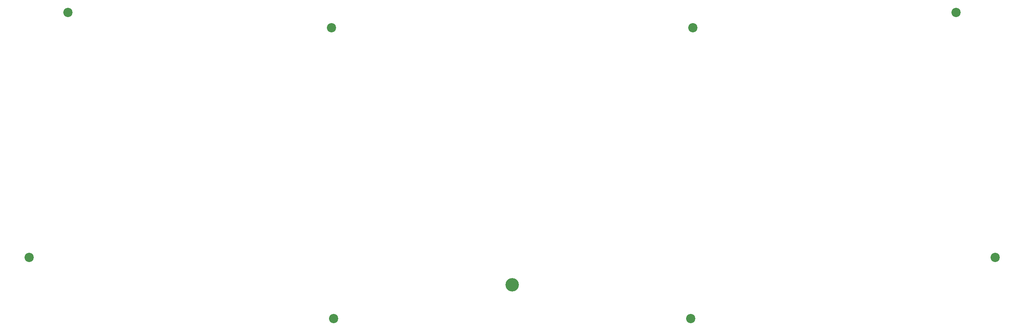
<source format=gts>
G04 #@! TF.GenerationSoftware,KiCad,Pcbnew,8.0.4*
G04 #@! TF.CreationDate,2024-08-16T14:16:25+09:00*
G04 #@! TF.ProjectId,TrueStrike42-bottom-plate,54727565-5374-4726-996b-6534322d626f,rev?*
G04 #@! TF.SameCoordinates,Original*
G04 #@! TF.FileFunction,Soldermask,Top*
G04 #@! TF.FilePolarity,Negative*
%FSLAX46Y46*%
G04 Gerber Fmt 4.6, Leading zero omitted, Abs format (unit mm)*
G04 Created by KiCad (PCBNEW 8.0.4) date 2024-08-16 14:16:25*
%MOMM*%
%LPD*%
G01*
G04 APERTURE LIST*
%ADD10C,3.200000*%
%ADD11C,2.200000*%
G04 APERTURE END LIST*
D10*
X148690000Y-119540000D03*
D11*
X263651057Y-112952516D03*
X254351060Y-54652513D03*
X191651059Y-58252514D03*
X191161059Y-127532514D03*
X33651056Y-112952514D03*
X42951057Y-54652518D03*
X105651055Y-58252515D03*
X106141061Y-127532513D03*
M02*

</source>
